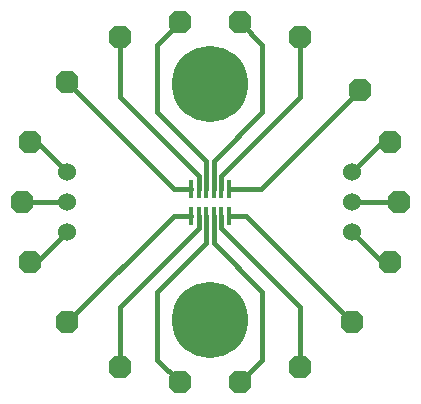
<source format=gtl>
G75*
%MOIN*%
%OFA0B0*%
%FSLAX24Y24*%
%IPPOS*%
%LPD*%
%AMOC8*
5,1,8,0,0,1.08239X$1,22.5*
%
%ADD10R,0.0150X0.0600*%
%ADD11OC8,0.0760*%
%ADD12C,0.0600*%
%ADD13C,0.0150*%
%ADD14C,0.0160*%
%ADD15C,0.2540*%
D10*
X006475Y006650D03*
X006725Y006650D03*
X006975Y006650D03*
X007225Y006650D03*
X007475Y006650D03*
X007725Y006650D03*
X007725Y007550D03*
X007475Y007550D03*
X007225Y007550D03*
X006975Y007550D03*
X006725Y007550D03*
X006475Y007550D03*
D11*
X002350Y003100D03*
X004100Y001600D03*
X006100Y001100D03*
X008100Y001100D03*
X010100Y001600D03*
X011850Y003100D03*
X013100Y005100D03*
X013400Y007100D03*
X013100Y009100D03*
X012100Y010850D03*
X010100Y012600D03*
X008100Y013100D03*
X006100Y013100D03*
X004100Y012600D03*
X002350Y011100D03*
X001100Y009100D03*
X000850Y007100D03*
X001100Y005100D03*
D12*
X002350Y006100D03*
X002350Y007100D03*
X002350Y008100D03*
X011850Y008100D03*
X011850Y007100D03*
X011850Y006100D03*
D13*
X010100Y003600D02*
X010100Y001600D01*
X008850Y001850D02*
X008100Y001100D01*
X008850Y001850D02*
X008850Y004100D01*
X007225Y005725D01*
X007225Y006650D01*
X006975Y006650D02*
X006975Y005725D01*
X005350Y004100D01*
X005350Y001850D01*
X006100Y001100D01*
X004100Y001600D02*
X004100Y003600D01*
X006725Y006225D01*
X006725Y006650D01*
X006475Y006650D02*
X005900Y006650D01*
X002350Y003100D01*
X006725Y007550D02*
X006725Y007975D01*
X006975Y007550D02*
X006975Y008475D01*
X007225Y008475D02*
X007225Y007550D01*
X007475Y006650D02*
X007475Y006225D01*
X010100Y003600D01*
D14*
X011850Y003100D02*
X008300Y006650D01*
X007725Y006650D01*
X007725Y007550D02*
X008800Y007550D01*
X012100Y010850D01*
X012850Y009100D02*
X011850Y008100D01*
X011850Y007100D02*
X013400Y007100D01*
X011850Y006100D02*
X012850Y005100D01*
X013100Y005100D01*
X013100Y009100D02*
X012850Y009100D01*
X010100Y010600D02*
X010100Y012600D01*
X008850Y012350D02*
X008100Y013100D01*
X008850Y012350D02*
X008850Y010100D01*
X007225Y008475D01*
X006975Y008475D02*
X005350Y010100D01*
X005350Y012350D01*
X006100Y013100D01*
X004100Y012600D02*
X004100Y010600D01*
X006725Y007975D01*
X006475Y007550D02*
X005900Y007550D01*
X002350Y011100D01*
X001350Y009100D02*
X001100Y009100D01*
X001350Y009100D02*
X002350Y008100D01*
X002350Y007100D02*
X000850Y007100D01*
X002350Y006100D02*
X001350Y005100D01*
X001100Y005100D01*
X007475Y007550D02*
X007475Y007975D01*
X010100Y010600D01*
D15*
X007100Y011038D03*
X007100Y003163D03*
M02*

</source>
